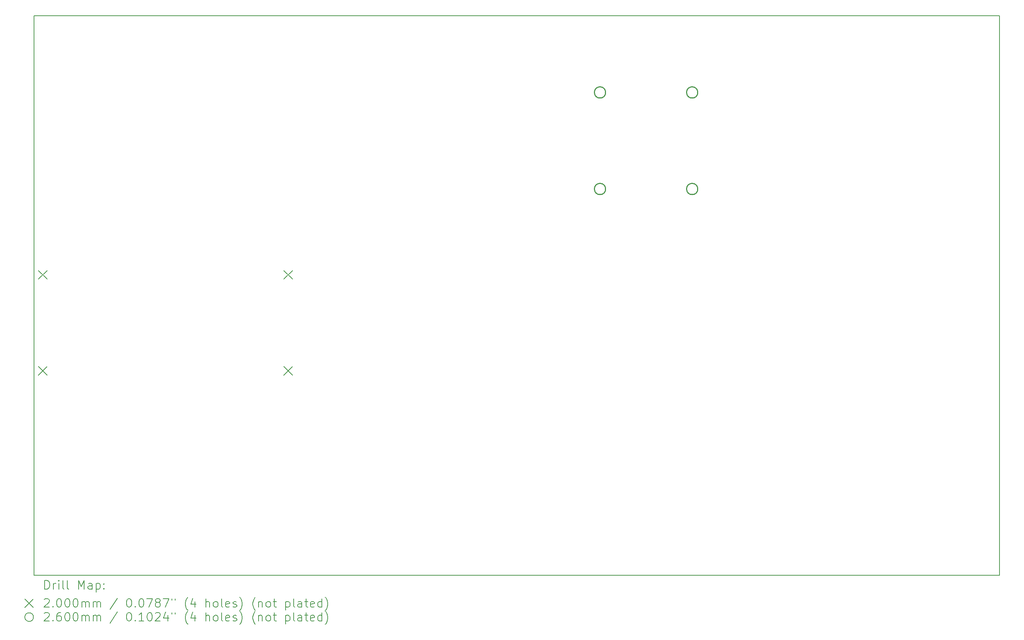
<source format=gbr>
%TF.GenerationSoftware,KiCad,Pcbnew,7.0.9*%
%TF.CreationDate,2023-12-15T21:18:18+02:00*%
%TF.ProjectId,loadshedding,6c6f6164-7368-4656-9464-696e672e6b69,1*%
%TF.SameCoordinates,Original*%
%TF.FileFunction,Drillmap*%
%TF.FilePolarity,Positive*%
%FSLAX45Y45*%
G04 Gerber Fmt 4.5, Leading zero omitted, Abs format (unit mm)*
G04 Created by KiCad (PCBNEW 7.0.9) date 2023-12-15 21:18:18*
%MOMM*%
%LPD*%
G01*
G04 APERTURE LIST*
%ADD10C,0.200000*%
%ADD11C,0.260000*%
G04 APERTURE END LIST*
D10*
X8890000Y-8890000D02*
X31242000Y-8890000D01*
X31242000Y-21844000D01*
X8890000Y-21844000D01*
X8890000Y-8890000D01*
X8998000Y-14792000D02*
X9198000Y-14992000D01*
X9198000Y-14792000D02*
X8998000Y-14992000D01*
X8998000Y-17012000D02*
X9198000Y-17212000D01*
X9198000Y-17012000D02*
X8998000Y-17212000D01*
X14678000Y-14792000D02*
X14878000Y-14992000D01*
X14878000Y-14792000D02*
X14678000Y-14992000D01*
X14678000Y-17012000D02*
X14878000Y-17212000D01*
X14878000Y-17012000D02*
X14678000Y-17212000D01*
D11*
X22126400Y-10668000D02*
G75*
G03*
X22126400Y-10668000I-130000J0D01*
G01*
X22126400Y-12903200D02*
G75*
G03*
X22126400Y-12903200I-130000J0D01*
G01*
X24260000Y-10668000D02*
G75*
G03*
X24260000Y-10668000I-130000J0D01*
G01*
X24260000Y-12903200D02*
G75*
G03*
X24260000Y-12903200I-130000J0D01*
G01*
D10*
X9140777Y-22165484D02*
X9140777Y-21965484D01*
X9140777Y-21965484D02*
X9188396Y-21965484D01*
X9188396Y-21965484D02*
X9216967Y-21975008D01*
X9216967Y-21975008D02*
X9236015Y-21994055D01*
X9236015Y-21994055D02*
X9245539Y-22013103D01*
X9245539Y-22013103D02*
X9255063Y-22051198D01*
X9255063Y-22051198D02*
X9255063Y-22079770D01*
X9255063Y-22079770D02*
X9245539Y-22117865D01*
X9245539Y-22117865D02*
X9236015Y-22136912D01*
X9236015Y-22136912D02*
X9216967Y-22155960D01*
X9216967Y-22155960D02*
X9188396Y-22165484D01*
X9188396Y-22165484D02*
X9140777Y-22165484D01*
X9340777Y-22165484D02*
X9340777Y-22032150D01*
X9340777Y-22070246D02*
X9350301Y-22051198D01*
X9350301Y-22051198D02*
X9359824Y-22041674D01*
X9359824Y-22041674D02*
X9378872Y-22032150D01*
X9378872Y-22032150D02*
X9397920Y-22032150D01*
X9464586Y-22165484D02*
X9464586Y-22032150D01*
X9464586Y-21965484D02*
X9455063Y-21975008D01*
X9455063Y-21975008D02*
X9464586Y-21984531D01*
X9464586Y-21984531D02*
X9474110Y-21975008D01*
X9474110Y-21975008D02*
X9464586Y-21965484D01*
X9464586Y-21965484D02*
X9464586Y-21984531D01*
X9588396Y-22165484D02*
X9569348Y-22155960D01*
X9569348Y-22155960D02*
X9559824Y-22136912D01*
X9559824Y-22136912D02*
X9559824Y-21965484D01*
X9693158Y-22165484D02*
X9674110Y-22155960D01*
X9674110Y-22155960D02*
X9664586Y-22136912D01*
X9664586Y-22136912D02*
X9664586Y-21965484D01*
X9921729Y-22165484D02*
X9921729Y-21965484D01*
X9921729Y-21965484D02*
X9988396Y-22108341D01*
X9988396Y-22108341D02*
X10055063Y-21965484D01*
X10055063Y-21965484D02*
X10055063Y-22165484D01*
X10236015Y-22165484D02*
X10236015Y-22060722D01*
X10236015Y-22060722D02*
X10226491Y-22041674D01*
X10226491Y-22041674D02*
X10207444Y-22032150D01*
X10207444Y-22032150D02*
X10169348Y-22032150D01*
X10169348Y-22032150D02*
X10150301Y-22041674D01*
X10236015Y-22155960D02*
X10216967Y-22165484D01*
X10216967Y-22165484D02*
X10169348Y-22165484D01*
X10169348Y-22165484D02*
X10150301Y-22155960D01*
X10150301Y-22155960D02*
X10140777Y-22136912D01*
X10140777Y-22136912D02*
X10140777Y-22117865D01*
X10140777Y-22117865D02*
X10150301Y-22098817D01*
X10150301Y-22098817D02*
X10169348Y-22089293D01*
X10169348Y-22089293D02*
X10216967Y-22089293D01*
X10216967Y-22089293D02*
X10236015Y-22079770D01*
X10331253Y-22032150D02*
X10331253Y-22232150D01*
X10331253Y-22041674D02*
X10350301Y-22032150D01*
X10350301Y-22032150D02*
X10388396Y-22032150D01*
X10388396Y-22032150D02*
X10407444Y-22041674D01*
X10407444Y-22041674D02*
X10416967Y-22051198D01*
X10416967Y-22051198D02*
X10426491Y-22070246D01*
X10426491Y-22070246D02*
X10426491Y-22127389D01*
X10426491Y-22127389D02*
X10416967Y-22146436D01*
X10416967Y-22146436D02*
X10407444Y-22155960D01*
X10407444Y-22155960D02*
X10388396Y-22165484D01*
X10388396Y-22165484D02*
X10350301Y-22165484D01*
X10350301Y-22165484D02*
X10331253Y-22155960D01*
X10512205Y-22146436D02*
X10521729Y-22155960D01*
X10521729Y-22155960D02*
X10512205Y-22165484D01*
X10512205Y-22165484D02*
X10502682Y-22155960D01*
X10502682Y-22155960D02*
X10512205Y-22146436D01*
X10512205Y-22146436D02*
X10512205Y-22165484D01*
X10512205Y-22041674D02*
X10521729Y-22051198D01*
X10521729Y-22051198D02*
X10512205Y-22060722D01*
X10512205Y-22060722D02*
X10502682Y-22051198D01*
X10502682Y-22051198D02*
X10512205Y-22041674D01*
X10512205Y-22041674D02*
X10512205Y-22060722D01*
X8680000Y-22394000D02*
X8880000Y-22594000D01*
X8880000Y-22394000D02*
X8680000Y-22594000D01*
X9131253Y-22404531D02*
X9140777Y-22395008D01*
X9140777Y-22395008D02*
X9159824Y-22385484D01*
X9159824Y-22385484D02*
X9207444Y-22385484D01*
X9207444Y-22385484D02*
X9226491Y-22395008D01*
X9226491Y-22395008D02*
X9236015Y-22404531D01*
X9236015Y-22404531D02*
X9245539Y-22423579D01*
X9245539Y-22423579D02*
X9245539Y-22442627D01*
X9245539Y-22442627D02*
X9236015Y-22471198D01*
X9236015Y-22471198D02*
X9121729Y-22585484D01*
X9121729Y-22585484D02*
X9245539Y-22585484D01*
X9331253Y-22566436D02*
X9340777Y-22575960D01*
X9340777Y-22575960D02*
X9331253Y-22585484D01*
X9331253Y-22585484D02*
X9321729Y-22575960D01*
X9321729Y-22575960D02*
X9331253Y-22566436D01*
X9331253Y-22566436D02*
X9331253Y-22585484D01*
X9464586Y-22385484D02*
X9483634Y-22385484D01*
X9483634Y-22385484D02*
X9502682Y-22395008D01*
X9502682Y-22395008D02*
X9512205Y-22404531D01*
X9512205Y-22404531D02*
X9521729Y-22423579D01*
X9521729Y-22423579D02*
X9531253Y-22461674D01*
X9531253Y-22461674D02*
X9531253Y-22509293D01*
X9531253Y-22509293D02*
X9521729Y-22547388D01*
X9521729Y-22547388D02*
X9512205Y-22566436D01*
X9512205Y-22566436D02*
X9502682Y-22575960D01*
X9502682Y-22575960D02*
X9483634Y-22585484D01*
X9483634Y-22585484D02*
X9464586Y-22585484D01*
X9464586Y-22585484D02*
X9445539Y-22575960D01*
X9445539Y-22575960D02*
X9436015Y-22566436D01*
X9436015Y-22566436D02*
X9426491Y-22547388D01*
X9426491Y-22547388D02*
X9416967Y-22509293D01*
X9416967Y-22509293D02*
X9416967Y-22461674D01*
X9416967Y-22461674D02*
X9426491Y-22423579D01*
X9426491Y-22423579D02*
X9436015Y-22404531D01*
X9436015Y-22404531D02*
X9445539Y-22395008D01*
X9445539Y-22395008D02*
X9464586Y-22385484D01*
X9655063Y-22385484D02*
X9674110Y-22385484D01*
X9674110Y-22385484D02*
X9693158Y-22395008D01*
X9693158Y-22395008D02*
X9702682Y-22404531D01*
X9702682Y-22404531D02*
X9712205Y-22423579D01*
X9712205Y-22423579D02*
X9721729Y-22461674D01*
X9721729Y-22461674D02*
X9721729Y-22509293D01*
X9721729Y-22509293D02*
X9712205Y-22547388D01*
X9712205Y-22547388D02*
X9702682Y-22566436D01*
X9702682Y-22566436D02*
X9693158Y-22575960D01*
X9693158Y-22575960D02*
X9674110Y-22585484D01*
X9674110Y-22585484D02*
X9655063Y-22585484D01*
X9655063Y-22585484D02*
X9636015Y-22575960D01*
X9636015Y-22575960D02*
X9626491Y-22566436D01*
X9626491Y-22566436D02*
X9616967Y-22547388D01*
X9616967Y-22547388D02*
X9607444Y-22509293D01*
X9607444Y-22509293D02*
X9607444Y-22461674D01*
X9607444Y-22461674D02*
X9616967Y-22423579D01*
X9616967Y-22423579D02*
X9626491Y-22404531D01*
X9626491Y-22404531D02*
X9636015Y-22395008D01*
X9636015Y-22395008D02*
X9655063Y-22385484D01*
X9845539Y-22385484D02*
X9864586Y-22385484D01*
X9864586Y-22385484D02*
X9883634Y-22395008D01*
X9883634Y-22395008D02*
X9893158Y-22404531D01*
X9893158Y-22404531D02*
X9902682Y-22423579D01*
X9902682Y-22423579D02*
X9912205Y-22461674D01*
X9912205Y-22461674D02*
X9912205Y-22509293D01*
X9912205Y-22509293D02*
X9902682Y-22547388D01*
X9902682Y-22547388D02*
X9893158Y-22566436D01*
X9893158Y-22566436D02*
X9883634Y-22575960D01*
X9883634Y-22575960D02*
X9864586Y-22585484D01*
X9864586Y-22585484D02*
X9845539Y-22585484D01*
X9845539Y-22585484D02*
X9826491Y-22575960D01*
X9826491Y-22575960D02*
X9816967Y-22566436D01*
X9816967Y-22566436D02*
X9807444Y-22547388D01*
X9807444Y-22547388D02*
X9797920Y-22509293D01*
X9797920Y-22509293D02*
X9797920Y-22461674D01*
X9797920Y-22461674D02*
X9807444Y-22423579D01*
X9807444Y-22423579D02*
X9816967Y-22404531D01*
X9816967Y-22404531D02*
X9826491Y-22395008D01*
X9826491Y-22395008D02*
X9845539Y-22385484D01*
X9997920Y-22585484D02*
X9997920Y-22452150D01*
X9997920Y-22471198D02*
X10007444Y-22461674D01*
X10007444Y-22461674D02*
X10026491Y-22452150D01*
X10026491Y-22452150D02*
X10055063Y-22452150D01*
X10055063Y-22452150D02*
X10074110Y-22461674D01*
X10074110Y-22461674D02*
X10083634Y-22480722D01*
X10083634Y-22480722D02*
X10083634Y-22585484D01*
X10083634Y-22480722D02*
X10093158Y-22461674D01*
X10093158Y-22461674D02*
X10112205Y-22452150D01*
X10112205Y-22452150D02*
X10140777Y-22452150D01*
X10140777Y-22452150D02*
X10159825Y-22461674D01*
X10159825Y-22461674D02*
X10169348Y-22480722D01*
X10169348Y-22480722D02*
X10169348Y-22585484D01*
X10264586Y-22585484D02*
X10264586Y-22452150D01*
X10264586Y-22471198D02*
X10274110Y-22461674D01*
X10274110Y-22461674D02*
X10293158Y-22452150D01*
X10293158Y-22452150D02*
X10321729Y-22452150D01*
X10321729Y-22452150D02*
X10340777Y-22461674D01*
X10340777Y-22461674D02*
X10350301Y-22480722D01*
X10350301Y-22480722D02*
X10350301Y-22585484D01*
X10350301Y-22480722D02*
X10359825Y-22461674D01*
X10359825Y-22461674D02*
X10378872Y-22452150D01*
X10378872Y-22452150D02*
X10407444Y-22452150D01*
X10407444Y-22452150D02*
X10426491Y-22461674D01*
X10426491Y-22461674D02*
X10436015Y-22480722D01*
X10436015Y-22480722D02*
X10436015Y-22585484D01*
X10826491Y-22375960D02*
X10655063Y-22633103D01*
X11083634Y-22385484D02*
X11102682Y-22385484D01*
X11102682Y-22385484D02*
X11121729Y-22395008D01*
X11121729Y-22395008D02*
X11131253Y-22404531D01*
X11131253Y-22404531D02*
X11140777Y-22423579D01*
X11140777Y-22423579D02*
X11150301Y-22461674D01*
X11150301Y-22461674D02*
X11150301Y-22509293D01*
X11150301Y-22509293D02*
X11140777Y-22547388D01*
X11140777Y-22547388D02*
X11131253Y-22566436D01*
X11131253Y-22566436D02*
X11121729Y-22575960D01*
X11121729Y-22575960D02*
X11102682Y-22585484D01*
X11102682Y-22585484D02*
X11083634Y-22585484D01*
X11083634Y-22585484D02*
X11064587Y-22575960D01*
X11064587Y-22575960D02*
X11055063Y-22566436D01*
X11055063Y-22566436D02*
X11045539Y-22547388D01*
X11045539Y-22547388D02*
X11036015Y-22509293D01*
X11036015Y-22509293D02*
X11036015Y-22461674D01*
X11036015Y-22461674D02*
X11045539Y-22423579D01*
X11045539Y-22423579D02*
X11055063Y-22404531D01*
X11055063Y-22404531D02*
X11064587Y-22395008D01*
X11064587Y-22395008D02*
X11083634Y-22385484D01*
X11236015Y-22566436D02*
X11245539Y-22575960D01*
X11245539Y-22575960D02*
X11236015Y-22585484D01*
X11236015Y-22585484D02*
X11226491Y-22575960D01*
X11226491Y-22575960D02*
X11236015Y-22566436D01*
X11236015Y-22566436D02*
X11236015Y-22585484D01*
X11369348Y-22385484D02*
X11388396Y-22385484D01*
X11388396Y-22385484D02*
X11407444Y-22395008D01*
X11407444Y-22395008D02*
X11416967Y-22404531D01*
X11416967Y-22404531D02*
X11426491Y-22423579D01*
X11426491Y-22423579D02*
X11436015Y-22461674D01*
X11436015Y-22461674D02*
X11436015Y-22509293D01*
X11436015Y-22509293D02*
X11426491Y-22547388D01*
X11426491Y-22547388D02*
X11416967Y-22566436D01*
X11416967Y-22566436D02*
X11407444Y-22575960D01*
X11407444Y-22575960D02*
X11388396Y-22585484D01*
X11388396Y-22585484D02*
X11369348Y-22585484D01*
X11369348Y-22585484D02*
X11350301Y-22575960D01*
X11350301Y-22575960D02*
X11340777Y-22566436D01*
X11340777Y-22566436D02*
X11331253Y-22547388D01*
X11331253Y-22547388D02*
X11321729Y-22509293D01*
X11321729Y-22509293D02*
X11321729Y-22461674D01*
X11321729Y-22461674D02*
X11331253Y-22423579D01*
X11331253Y-22423579D02*
X11340777Y-22404531D01*
X11340777Y-22404531D02*
X11350301Y-22395008D01*
X11350301Y-22395008D02*
X11369348Y-22385484D01*
X11502682Y-22385484D02*
X11636015Y-22385484D01*
X11636015Y-22385484D02*
X11550301Y-22585484D01*
X11740777Y-22471198D02*
X11721729Y-22461674D01*
X11721729Y-22461674D02*
X11712206Y-22452150D01*
X11712206Y-22452150D02*
X11702682Y-22433103D01*
X11702682Y-22433103D02*
X11702682Y-22423579D01*
X11702682Y-22423579D02*
X11712206Y-22404531D01*
X11712206Y-22404531D02*
X11721729Y-22395008D01*
X11721729Y-22395008D02*
X11740777Y-22385484D01*
X11740777Y-22385484D02*
X11778872Y-22385484D01*
X11778872Y-22385484D02*
X11797920Y-22395008D01*
X11797920Y-22395008D02*
X11807444Y-22404531D01*
X11807444Y-22404531D02*
X11816967Y-22423579D01*
X11816967Y-22423579D02*
X11816967Y-22433103D01*
X11816967Y-22433103D02*
X11807444Y-22452150D01*
X11807444Y-22452150D02*
X11797920Y-22461674D01*
X11797920Y-22461674D02*
X11778872Y-22471198D01*
X11778872Y-22471198D02*
X11740777Y-22471198D01*
X11740777Y-22471198D02*
X11721729Y-22480722D01*
X11721729Y-22480722D02*
X11712206Y-22490246D01*
X11712206Y-22490246D02*
X11702682Y-22509293D01*
X11702682Y-22509293D02*
X11702682Y-22547388D01*
X11702682Y-22547388D02*
X11712206Y-22566436D01*
X11712206Y-22566436D02*
X11721729Y-22575960D01*
X11721729Y-22575960D02*
X11740777Y-22585484D01*
X11740777Y-22585484D02*
X11778872Y-22585484D01*
X11778872Y-22585484D02*
X11797920Y-22575960D01*
X11797920Y-22575960D02*
X11807444Y-22566436D01*
X11807444Y-22566436D02*
X11816967Y-22547388D01*
X11816967Y-22547388D02*
X11816967Y-22509293D01*
X11816967Y-22509293D02*
X11807444Y-22490246D01*
X11807444Y-22490246D02*
X11797920Y-22480722D01*
X11797920Y-22480722D02*
X11778872Y-22471198D01*
X11883634Y-22385484D02*
X12016967Y-22385484D01*
X12016967Y-22385484D02*
X11931253Y-22585484D01*
X12083634Y-22385484D02*
X12083634Y-22423579D01*
X12159825Y-22385484D02*
X12159825Y-22423579D01*
X12455063Y-22661674D02*
X12445539Y-22652150D01*
X12445539Y-22652150D02*
X12426491Y-22623579D01*
X12426491Y-22623579D02*
X12416968Y-22604531D01*
X12416968Y-22604531D02*
X12407444Y-22575960D01*
X12407444Y-22575960D02*
X12397920Y-22528341D01*
X12397920Y-22528341D02*
X12397920Y-22490246D01*
X12397920Y-22490246D02*
X12407444Y-22442627D01*
X12407444Y-22442627D02*
X12416968Y-22414055D01*
X12416968Y-22414055D02*
X12426491Y-22395008D01*
X12426491Y-22395008D02*
X12445539Y-22366436D01*
X12445539Y-22366436D02*
X12455063Y-22356912D01*
X12616968Y-22452150D02*
X12616968Y-22585484D01*
X12569348Y-22375960D02*
X12521729Y-22518817D01*
X12521729Y-22518817D02*
X12645539Y-22518817D01*
X12874110Y-22585484D02*
X12874110Y-22385484D01*
X12959825Y-22585484D02*
X12959825Y-22480722D01*
X12959825Y-22480722D02*
X12950301Y-22461674D01*
X12950301Y-22461674D02*
X12931253Y-22452150D01*
X12931253Y-22452150D02*
X12902682Y-22452150D01*
X12902682Y-22452150D02*
X12883634Y-22461674D01*
X12883634Y-22461674D02*
X12874110Y-22471198D01*
X13083634Y-22585484D02*
X13064587Y-22575960D01*
X13064587Y-22575960D02*
X13055063Y-22566436D01*
X13055063Y-22566436D02*
X13045539Y-22547388D01*
X13045539Y-22547388D02*
X13045539Y-22490246D01*
X13045539Y-22490246D02*
X13055063Y-22471198D01*
X13055063Y-22471198D02*
X13064587Y-22461674D01*
X13064587Y-22461674D02*
X13083634Y-22452150D01*
X13083634Y-22452150D02*
X13112206Y-22452150D01*
X13112206Y-22452150D02*
X13131253Y-22461674D01*
X13131253Y-22461674D02*
X13140777Y-22471198D01*
X13140777Y-22471198D02*
X13150301Y-22490246D01*
X13150301Y-22490246D02*
X13150301Y-22547388D01*
X13150301Y-22547388D02*
X13140777Y-22566436D01*
X13140777Y-22566436D02*
X13131253Y-22575960D01*
X13131253Y-22575960D02*
X13112206Y-22585484D01*
X13112206Y-22585484D02*
X13083634Y-22585484D01*
X13264587Y-22585484D02*
X13245539Y-22575960D01*
X13245539Y-22575960D02*
X13236015Y-22556912D01*
X13236015Y-22556912D02*
X13236015Y-22385484D01*
X13416968Y-22575960D02*
X13397920Y-22585484D01*
X13397920Y-22585484D02*
X13359825Y-22585484D01*
X13359825Y-22585484D02*
X13340777Y-22575960D01*
X13340777Y-22575960D02*
X13331253Y-22556912D01*
X13331253Y-22556912D02*
X13331253Y-22480722D01*
X13331253Y-22480722D02*
X13340777Y-22461674D01*
X13340777Y-22461674D02*
X13359825Y-22452150D01*
X13359825Y-22452150D02*
X13397920Y-22452150D01*
X13397920Y-22452150D02*
X13416968Y-22461674D01*
X13416968Y-22461674D02*
X13426491Y-22480722D01*
X13426491Y-22480722D02*
X13426491Y-22499769D01*
X13426491Y-22499769D02*
X13331253Y-22518817D01*
X13502682Y-22575960D02*
X13521730Y-22585484D01*
X13521730Y-22585484D02*
X13559825Y-22585484D01*
X13559825Y-22585484D02*
X13578872Y-22575960D01*
X13578872Y-22575960D02*
X13588396Y-22556912D01*
X13588396Y-22556912D02*
X13588396Y-22547388D01*
X13588396Y-22547388D02*
X13578872Y-22528341D01*
X13578872Y-22528341D02*
X13559825Y-22518817D01*
X13559825Y-22518817D02*
X13531253Y-22518817D01*
X13531253Y-22518817D02*
X13512206Y-22509293D01*
X13512206Y-22509293D02*
X13502682Y-22490246D01*
X13502682Y-22490246D02*
X13502682Y-22480722D01*
X13502682Y-22480722D02*
X13512206Y-22461674D01*
X13512206Y-22461674D02*
X13531253Y-22452150D01*
X13531253Y-22452150D02*
X13559825Y-22452150D01*
X13559825Y-22452150D02*
X13578872Y-22461674D01*
X13655063Y-22661674D02*
X13664587Y-22652150D01*
X13664587Y-22652150D02*
X13683634Y-22623579D01*
X13683634Y-22623579D02*
X13693158Y-22604531D01*
X13693158Y-22604531D02*
X13702682Y-22575960D01*
X13702682Y-22575960D02*
X13712206Y-22528341D01*
X13712206Y-22528341D02*
X13712206Y-22490246D01*
X13712206Y-22490246D02*
X13702682Y-22442627D01*
X13702682Y-22442627D02*
X13693158Y-22414055D01*
X13693158Y-22414055D02*
X13683634Y-22395008D01*
X13683634Y-22395008D02*
X13664587Y-22366436D01*
X13664587Y-22366436D02*
X13655063Y-22356912D01*
X14016968Y-22661674D02*
X14007444Y-22652150D01*
X14007444Y-22652150D02*
X13988396Y-22623579D01*
X13988396Y-22623579D02*
X13978872Y-22604531D01*
X13978872Y-22604531D02*
X13969349Y-22575960D01*
X13969349Y-22575960D02*
X13959825Y-22528341D01*
X13959825Y-22528341D02*
X13959825Y-22490246D01*
X13959825Y-22490246D02*
X13969349Y-22442627D01*
X13969349Y-22442627D02*
X13978872Y-22414055D01*
X13978872Y-22414055D02*
X13988396Y-22395008D01*
X13988396Y-22395008D02*
X14007444Y-22366436D01*
X14007444Y-22366436D02*
X14016968Y-22356912D01*
X14093158Y-22452150D02*
X14093158Y-22585484D01*
X14093158Y-22471198D02*
X14102682Y-22461674D01*
X14102682Y-22461674D02*
X14121730Y-22452150D01*
X14121730Y-22452150D02*
X14150301Y-22452150D01*
X14150301Y-22452150D02*
X14169349Y-22461674D01*
X14169349Y-22461674D02*
X14178872Y-22480722D01*
X14178872Y-22480722D02*
X14178872Y-22585484D01*
X14302682Y-22585484D02*
X14283634Y-22575960D01*
X14283634Y-22575960D02*
X14274111Y-22566436D01*
X14274111Y-22566436D02*
X14264587Y-22547388D01*
X14264587Y-22547388D02*
X14264587Y-22490246D01*
X14264587Y-22490246D02*
X14274111Y-22471198D01*
X14274111Y-22471198D02*
X14283634Y-22461674D01*
X14283634Y-22461674D02*
X14302682Y-22452150D01*
X14302682Y-22452150D02*
X14331253Y-22452150D01*
X14331253Y-22452150D02*
X14350301Y-22461674D01*
X14350301Y-22461674D02*
X14359825Y-22471198D01*
X14359825Y-22471198D02*
X14369349Y-22490246D01*
X14369349Y-22490246D02*
X14369349Y-22547388D01*
X14369349Y-22547388D02*
X14359825Y-22566436D01*
X14359825Y-22566436D02*
X14350301Y-22575960D01*
X14350301Y-22575960D02*
X14331253Y-22585484D01*
X14331253Y-22585484D02*
X14302682Y-22585484D01*
X14426492Y-22452150D02*
X14502682Y-22452150D01*
X14455063Y-22385484D02*
X14455063Y-22556912D01*
X14455063Y-22556912D02*
X14464587Y-22575960D01*
X14464587Y-22575960D02*
X14483634Y-22585484D01*
X14483634Y-22585484D02*
X14502682Y-22585484D01*
X14721730Y-22452150D02*
X14721730Y-22652150D01*
X14721730Y-22461674D02*
X14740777Y-22452150D01*
X14740777Y-22452150D02*
X14778873Y-22452150D01*
X14778873Y-22452150D02*
X14797920Y-22461674D01*
X14797920Y-22461674D02*
X14807444Y-22471198D01*
X14807444Y-22471198D02*
X14816968Y-22490246D01*
X14816968Y-22490246D02*
X14816968Y-22547388D01*
X14816968Y-22547388D02*
X14807444Y-22566436D01*
X14807444Y-22566436D02*
X14797920Y-22575960D01*
X14797920Y-22575960D02*
X14778873Y-22585484D01*
X14778873Y-22585484D02*
X14740777Y-22585484D01*
X14740777Y-22585484D02*
X14721730Y-22575960D01*
X14931253Y-22585484D02*
X14912206Y-22575960D01*
X14912206Y-22575960D02*
X14902682Y-22556912D01*
X14902682Y-22556912D02*
X14902682Y-22385484D01*
X15093158Y-22585484D02*
X15093158Y-22480722D01*
X15093158Y-22480722D02*
X15083634Y-22461674D01*
X15083634Y-22461674D02*
X15064587Y-22452150D01*
X15064587Y-22452150D02*
X15026492Y-22452150D01*
X15026492Y-22452150D02*
X15007444Y-22461674D01*
X15093158Y-22575960D02*
X15074111Y-22585484D01*
X15074111Y-22585484D02*
X15026492Y-22585484D01*
X15026492Y-22585484D02*
X15007444Y-22575960D01*
X15007444Y-22575960D02*
X14997920Y-22556912D01*
X14997920Y-22556912D02*
X14997920Y-22537865D01*
X14997920Y-22537865D02*
X15007444Y-22518817D01*
X15007444Y-22518817D02*
X15026492Y-22509293D01*
X15026492Y-22509293D02*
X15074111Y-22509293D01*
X15074111Y-22509293D02*
X15093158Y-22499769D01*
X15159825Y-22452150D02*
X15236015Y-22452150D01*
X15188396Y-22385484D02*
X15188396Y-22556912D01*
X15188396Y-22556912D02*
X15197920Y-22575960D01*
X15197920Y-22575960D02*
X15216968Y-22585484D01*
X15216968Y-22585484D02*
X15236015Y-22585484D01*
X15378873Y-22575960D02*
X15359825Y-22585484D01*
X15359825Y-22585484D02*
X15321730Y-22585484D01*
X15321730Y-22585484D02*
X15302682Y-22575960D01*
X15302682Y-22575960D02*
X15293158Y-22556912D01*
X15293158Y-22556912D02*
X15293158Y-22480722D01*
X15293158Y-22480722D02*
X15302682Y-22461674D01*
X15302682Y-22461674D02*
X15321730Y-22452150D01*
X15321730Y-22452150D02*
X15359825Y-22452150D01*
X15359825Y-22452150D02*
X15378873Y-22461674D01*
X15378873Y-22461674D02*
X15388396Y-22480722D01*
X15388396Y-22480722D02*
X15388396Y-22499769D01*
X15388396Y-22499769D02*
X15293158Y-22518817D01*
X15559825Y-22585484D02*
X15559825Y-22385484D01*
X15559825Y-22575960D02*
X15540777Y-22585484D01*
X15540777Y-22585484D02*
X15502682Y-22585484D01*
X15502682Y-22585484D02*
X15483634Y-22575960D01*
X15483634Y-22575960D02*
X15474111Y-22566436D01*
X15474111Y-22566436D02*
X15464587Y-22547388D01*
X15464587Y-22547388D02*
X15464587Y-22490246D01*
X15464587Y-22490246D02*
X15474111Y-22471198D01*
X15474111Y-22471198D02*
X15483634Y-22461674D01*
X15483634Y-22461674D02*
X15502682Y-22452150D01*
X15502682Y-22452150D02*
X15540777Y-22452150D01*
X15540777Y-22452150D02*
X15559825Y-22461674D01*
X15636015Y-22661674D02*
X15645539Y-22652150D01*
X15645539Y-22652150D02*
X15664587Y-22623579D01*
X15664587Y-22623579D02*
X15674111Y-22604531D01*
X15674111Y-22604531D02*
X15683634Y-22575960D01*
X15683634Y-22575960D02*
X15693158Y-22528341D01*
X15693158Y-22528341D02*
X15693158Y-22490246D01*
X15693158Y-22490246D02*
X15683634Y-22442627D01*
X15683634Y-22442627D02*
X15674111Y-22414055D01*
X15674111Y-22414055D02*
X15664587Y-22395008D01*
X15664587Y-22395008D02*
X15645539Y-22366436D01*
X15645539Y-22366436D02*
X15636015Y-22356912D01*
X8880000Y-22814000D02*
G75*
G03*
X8880000Y-22814000I-100000J0D01*
G01*
X9131253Y-22724531D02*
X9140777Y-22715008D01*
X9140777Y-22715008D02*
X9159824Y-22705484D01*
X9159824Y-22705484D02*
X9207444Y-22705484D01*
X9207444Y-22705484D02*
X9226491Y-22715008D01*
X9226491Y-22715008D02*
X9236015Y-22724531D01*
X9236015Y-22724531D02*
X9245539Y-22743579D01*
X9245539Y-22743579D02*
X9245539Y-22762627D01*
X9245539Y-22762627D02*
X9236015Y-22791198D01*
X9236015Y-22791198D02*
X9121729Y-22905484D01*
X9121729Y-22905484D02*
X9245539Y-22905484D01*
X9331253Y-22886436D02*
X9340777Y-22895960D01*
X9340777Y-22895960D02*
X9331253Y-22905484D01*
X9331253Y-22905484D02*
X9321729Y-22895960D01*
X9321729Y-22895960D02*
X9331253Y-22886436D01*
X9331253Y-22886436D02*
X9331253Y-22905484D01*
X9512205Y-22705484D02*
X9474110Y-22705484D01*
X9474110Y-22705484D02*
X9455063Y-22715008D01*
X9455063Y-22715008D02*
X9445539Y-22724531D01*
X9445539Y-22724531D02*
X9426491Y-22753103D01*
X9426491Y-22753103D02*
X9416967Y-22791198D01*
X9416967Y-22791198D02*
X9416967Y-22867388D01*
X9416967Y-22867388D02*
X9426491Y-22886436D01*
X9426491Y-22886436D02*
X9436015Y-22895960D01*
X9436015Y-22895960D02*
X9455063Y-22905484D01*
X9455063Y-22905484D02*
X9493158Y-22905484D01*
X9493158Y-22905484D02*
X9512205Y-22895960D01*
X9512205Y-22895960D02*
X9521729Y-22886436D01*
X9521729Y-22886436D02*
X9531253Y-22867388D01*
X9531253Y-22867388D02*
X9531253Y-22819769D01*
X9531253Y-22819769D02*
X9521729Y-22800722D01*
X9521729Y-22800722D02*
X9512205Y-22791198D01*
X9512205Y-22791198D02*
X9493158Y-22781674D01*
X9493158Y-22781674D02*
X9455063Y-22781674D01*
X9455063Y-22781674D02*
X9436015Y-22791198D01*
X9436015Y-22791198D02*
X9426491Y-22800722D01*
X9426491Y-22800722D02*
X9416967Y-22819769D01*
X9655063Y-22705484D02*
X9674110Y-22705484D01*
X9674110Y-22705484D02*
X9693158Y-22715008D01*
X9693158Y-22715008D02*
X9702682Y-22724531D01*
X9702682Y-22724531D02*
X9712205Y-22743579D01*
X9712205Y-22743579D02*
X9721729Y-22781674D01*
X9721729Y-22781674D02*
X9721729Y-22829293D01*
X9721729Y-22829293D02*
X9712205Y-22867388D01*
X9712205Y-22867388D02*
X9702682Y-22886436D01*
X9702682Y-22886436D02*
X9693158Y-22895960D01*
X9693158Y-22895960D02*
X9674110Y-22905484D01*
X9674110Y-22905484D02*
X9655063Y-22905484D01*
X9655063Y-22905484D02*
X9636015Y-22895960D01*
X9636015Y-22895960D02*
X9626491Y-22886436D01*
X9626491Y-22886436D02*
X9616967Y-22867388D01*
X9616967Y-22867388D02*
X9607444Y-22829293D01*
X9607444Y-22829293D02*
X9607444Y-22781674D01*
X9607444Y-22781674D02*
X9616967Y-22743579D01*
X9616967Y-22743579D02*
X9626491Y-22724531D01*
X9626491Y-22724531D02*
X9636015Y-22715008D01*
X9636015Y-22715008D02*
X9655063Y-22705484D01*
X9845539Y-22705484D02*
X9864586Y-22705484D01*
X9864586Y-22705484D02*
X9883634Y-22715008D01*
X9883634Y-22715008D02*
X9893158Y-22724531D01*
X9893158Y-22724531D02*
X9902682Y-22743579D01*
X9902682Y-22743579D02*
X9912205Y-22781674D01*
X9912205Y-22781674D02*
X9912205Y-22829293D01*
X9912205Y-22829293D02*
X9902682Y-22867388D01*
X9902682Y-22867388D02*
X9893158Y-22886436D01*
X9893158Y-22886436D02*
X9883634Y-22895960D01*
X9883634Y-22895960D02*
X9864586Y-22905484D01*
X9864586Y-22905484D02*
X9845539Y-22905484D01*
X9845539Y-22905484D02*
X9826491Y-22895960D01*
X9826491Y-22895960D02*
X9816967Y-22886436D01*
X9816967Y-22886436D02*
X9807444Y-22867388D01*
X9807444Y-22867388D02*
X9797920Y-22829293D01*
X9797920Y-22829293D02*
X9797920Y-22781674D01*
X9797920Y-22781674D02*
X9807444Y-22743579D01*
X9807444Y-22743579D02*
X9816967Y-22724531D01*
X9816967Y-22724531D02*
X9826491Y-22715008D01*
X9826491Y-22715008D02*
X9845539Y-22705484D01*
X9997920Y-22905484D02*
X9997920Y-22772150D01*
X9997920Y-22791198D02*
X10007444Y-22781674D01*
X10007444Y-22781674D02*
X10026491Y-22772150D01*
X10026491Y-22772150D02*
X10055063Y-22772150D01*
X10055063Y-22772150D02*
X10074110Y-22781674D01*
X10074110Y-22781674D02*
X10083634Y-22800722D01*
X10083634Y-22800722D02*
X10083634Y-22905484D01*
X10083634Y-22800722D02*
X10093158Y-22781674D01*
X10093158Y-22781674D02*
X10112205Y-22772150D01*
X10112205Y-22772150D02*
X10140777Y-22772150D01*
X10140777Y-22772150D02*
X10159825Y-22781674D01*
X10159825Y-22781674D02*
X10169348Y-22800722D01*
X10169348Y-22800722D02*
X10169348Y-22905484D01*
X10264586Y-22905484D02*
X10264586Y-22772150D01*
X10264586Y-22791198D02*
X10274110Y-22781674D01*
X10274110Y-22781674D02*
X10293158Y-22772150D01*
X10293158Y-22772150D02*
X10321729Y-22772150D01*
X10321729Y-22772150D02*
X10340777Y-22781674D01*
X10340777Y-22781674D02*
X10350301Y-22800722D01*
X10350301Y-22800722D02*
X10350301Y-22905484D01*
X10350301Y-22800722D02*
X10359825Y-22781674D01*
X10359825Y-22781674D02*
X10378872Y-22772150D01*
X10378872Y-22772150D02*
X10407444Y-22772150D01*
X10407444Y-22772150D02*
X10426491Y-22781674D01*
X10426491Y-22781674D02*
X10436015Y-22800722D01*
X10436015Y-22800722D02*
X10436015Y-22905484D01*
X10826491Y-22695960D02*
X10655063Y-22953103D01*
X11083634Y-22705484D02*
X11102682Y-22705484D01*
X11102682Y-22705484D02*
X11121729Y-22715008D01*
X11121729Y-22715008D02*
X11131253Y-22724531D01*
X11131253Y-22724531D02*
X11140777Y-22743579D01*
X11140777Y-22743579D02*
X11150301Y-22781674D01*
X11150301Y-22781674D02*
X11150301Y-22829293D01*
X11150301Y-22829293D02*
X11140777Y-22867388D01*
X11140777Y-22867388D02*
X11131253Y-22886436D01*
X11131253Y-22886436D02*
X11121729Y-22895960D01*
X11121729Y-22895960D02*
X11102682Y-22905484D01*
X11102682Y-22905484D02*
X11083634Y-22905484D01*
X11083634Y-22905484D02*
X11064587Y-22895960D01*
X11064587Y-22895960D02*
X11055063Y-22886436D01*
X11055063Y-22886436D02*
X11045539Y-22867388D01*
X11045539Y-22867388D02*
X11036015Y-22829293D01*
X11036015Y-22829293D02*
X11036015Y-22781674D01*
X11036015Y-22781674D02*
X11045539Y-22743579D01*
X11045539Y-22743579D02*
X11055063Y-22724531D01*
X11055063Y-22724531D02*
X11064587Y-22715008D01*
X11064587Y-22715008D02*
X11083634Y-22705484D01*
X11236015Y-22886436D02*
X11245539Y-22895960D01*
X11245539Y-22895960D02*
X11236015Y-22905484D01*
X11236015Y-22905484D02*
X11226491Y-22895960D01*
X11226491Y-22895960D02*
X11236015Y-22886436D01*
X11236015Y-22886436D02*
X11236015Y-22905484D01*
X11436015Y-22905484D02*
X11321729Y-22905484D01*
X11378872Y-22905484D02*
X11378872Y-22705484D01*
X11378872Y-22705484D02*
X11359825Y-22734055D01*
X11359825Y-22734055D02*
X11340777Y-22753103D01*
X11340777Y-22753103D02*
X11321729Y-22762627D01*
X11559825Y-22705484D02*
X11578872Y-22705484D01*
X11578872Y-22705484D02*
X11597920Y-22715008D01*
X11597920Y-22715008D02*
X11607444Y-22724531D01*
X11607444Y-22724531D02*
X11616967Y-22743579D01*
X11616967Y-22743579D02*
X11626491Y-22781674D01*
X11626491Y-22781674D02*
X11626491Y-22829293D01*
X11626491Y-22829293D02*
X11616967Y-22867388D01*
X11616967Y-22867388D02*
X11607444Y-22886436D01*
X11607444Y-22886436D02*
X11597920Y-22895960D01*
X11597920Y-22895960D02*
X11578872Y-22905484D01*
X11578872Y-22905484D02*
X11559825Y-22905484D01*
X11559825Y-22905484D02*
X11540777Y-22895960D01*
X11540777Y-22895960D02*
X11531253Y-22886436D01*
X11531253Y-22886436D02*
X11521729Y-22867388D01*
X11521729Y-22867388D02*
X11512206Y-22829293D01*
X11512206Y-22829293D02*
X11512206Y-22781674D01*
X11512206Y-22781674D02*
X11521729Y-22743579D01*
X11521729Y-22743579D02*
X11531253Y-22724531D01*
X11531253Y-22724531D02*
X11540777Y-22715008D01*
X11540777Y-22715008D02*
X11559825Y-22705484D01*
X11702682Y-22724531D02*
X11712206Y-22715008D01*
X11712206Y-22715008D02*
X11731253Y-22705484D01*
X11731253Y-22705484D02*
X11778872Y-22705484D01*
X11778872Y-22705484D02*
X11797920Y-22715008D01*
X11797920Y-22715008D02*
X11807444Y-22724531D01*
X11807444Y-22724531D02*
X11816967Y-22743579D01*
X11816967Y-22743579D02*
X11816967Y-22762627D01*
X11816967Y-22762627D02*
X11807444Y-22791198D01*
X11807444Y-22791198D02*
X11693158Y-22905484D01*
X11693158Y-22905484D02*
X11816967Y-22905484D01*
X11988396Y-22772150D02*
X11988396Y-22905484D01*
X11940777Y-22695960D02*
X11893158Y-22838817D01*
X11893158Y-22838817D02*
X12016967Y-22838817D01*
X12083634Y-22705484D02*
X12083634Y-22743579D01*
X12159825Y-22705484D02*
X12159825Y-22743579D01*
X12455063Y-22981674D02*
X12445539Y-22972150D01*
X12445539Y-22972150D02*
X12426491Y-22943579D01*
X12426491Y-22943579D02*
X12416968Y-22924531D01*
X12416968Y-22924531D02*
X12407444Y-22895960D01*
X12407444Y-22895960D02*
X12397920Y-22848341D01*
X12397920Y-22848341D02*
X12397920Y-22810246D01*
X12397920Y-22810246D02*
X12407444Y-22762627D01*
X12407444Y-22762627D02*
X12416968Y-22734055D01*
X12416968Y-22734055D02*
X12426491Y-22715008D01*
X12426491Y-22715008D02*
X12445539Y-22686436D01*
X12445539Y-22686436D02*
X12455063Y-22676912D01*
X12616968Y-22772150D02*
X12616968Y-22905484D01*
X12569348Y-22695960D02*
X12521729Y-22838817D01*
X12521729Y-22838817D02*
X12645539Y-22838817D01*
X12874110Y-22905484D02*
X12874110Y-22705484D01*
X12959825Y-22905484D02*
X12959825Y-22800722D01*
X12959825Y-22800722D02*
X12950301Y-22781674D01*
X12950301Y-22781674D02*
X12931253Y-22772150D01*
X12931253Y-22772150D02*
X12902682Y-22772150D01*
X12902682Y-22772150D02*
X12883634Y-22781674D01*
X12883634Y-22781674D02*
X12874110Y-22791198D01*
X13083634Y-22905484D02*
X13064587Y-22895960D01*
X13064587Y-22895960D02*
X13055063Y-22886436D01*
X13055063Y-22886436D02*
X13045539Y-22867388D01*
X13045539Y-22867388D02*
X13045539Y-22810246D01*
X13045539Y-22810246D02*
X13055063Y-22791198D01*
X13055063Y-22791198D02*
X13064587Y-22781674D01*
X13064587Y-22781674D02*
X13083634Y-22772150D01*
X13083634Y-22772150D02*
X13112206Y-22772150D01*
X13112206Y-22772150D02*
X13131253Y-22781674D01*
X13131253Y-22781674D02*
X13140777Y-22791198D01*
X13140777Y-22791198D02*
X13150301Y-22810246D01*
X13150301Y-22810246D02*
X13150301Y-22867388D01*
X13150301Y-22867388D02*
X13140777Y-22886436D01*
X13140777Y-22886436D02*
X13131253Y-22895960D01*
X13131253Y-22895960D02*
X13112206Y-22905484D01*
X13112206Y-22905484D02*
X13083634Y-22905484D01*
X13264587Y-22905484D02*
X13245539Y-22895960D01*
X13245539Y-22895960D02*
X13236015Y-22876912D01*
X13236015Y-22876912D02*
X13236015Y-22705484D01*
X13416968Y-22895960D02*
X13397920Y-22905484D01*
X13397920Y-22905484D02*
X13359825Y-22905484D01*
X13359825Y-22905484D02*
X13340777Y-22895960D01*
X13340777Y-22895960D02*
X13331253Y-22876912D01*
X13331253Y-22876912D02*
X13331253Y-22800722D01*
X13331253Y-22800722D02*
X13340777Y-22781674D01*
X13340777Y-22781674D02*
X13359825Y-22772150D01*
X13359825Y-22772150D02*
X13397920Y-22772150D01*
X13397920Y-22772150D02*
X13416968Y-22781674D01*
X13416968Y-22781674D02*
X13426491Y-22800722D01*
X13426491Y-22800722D02*
X13426491Y-22819769D01*
X13426491Y-22819769D02*
X13331253Y-22838817D01*
X13502682Y-22895960D02*
X13521730Y-22905484D01*
X13521730Y-22905484D02*
X13559825Y-22905484D01*
X13559825Y-22905484D02*
X13578872Y-22895960D01*
X13578872Y-22895960D02*
X13588396Y-22876912D01*
X13588396Y-22876912D02*
X13588396Y-22867388D01*
X13588396Y-22867388D02*
X13578872Y-22848341D01*
X13578872Y-22848341D02*
X13559825Y-22838817D01*
X13559825Y-22838817D02*
X13531253Y-22838817D01*
X13531253Y-22838817D02*
X13512206Y-22829293D01*
X13512206Y-22829293D02*
X13502682Y-22810246D01*
X13502682Y-22810246D02*
X13502682Y-22800722D01*
X13502682Y-22800722D02*
X13512206Y-22781674D01*
X13512206Y-22781674D02*
X13531253Y-22772150D01*
X13531253Y-22772150D02*
X13559825Y-22772150D01*
X13559825Y-22772150D02*
X13578872Y-22781674D01*
X13655063Y-22981674D02*
X13664587Y-22972150D01*
X13664587Y-22972150D02*
X13683634Y-22943579D01*
X13683634Y-22943579D02*
X13693158Y-22924531D01*
X13693158Y-22924531D02*
X13702682Y-22895960D01*
X13702682Y-22895960D02*
X13712206Y-22848341D01*
X13712206Y-22848341D02*
X13712206Y-22810246D01*
X13712206Y-22810246D02*
X13702682Y-22762627D01*
X13702682Y-22762627D02*
X13693158Y-22734055D01*
X13693158Y-22734055D02*
X13683634Y-22715008D01*
X13683634Y-22715008D02*
X13664587Y-22686436D01*
X13664587Y-22686436D02*
X13655063Y-22676912D01*
X14016968Y-22981674D02*
X14007444Y-22972150D01*
X14007444Y-22972150D02*
X13988396Y-22943579D01*
X13988396Y-22943579D02*
X13978872Y-22924531D01*
X13978872Y-22924531D02*
X13969349Y-22895960D01*
X13969349Y-22895960D02*
X13959825Y-22848341D01*
X13959825Y-22848341D02*
X13959825Y-22810246D01*
X13959825Y-22810246D02*
X13969349Y-22762627D01*
X13969349Y-22762627D02*
X13978872Y-22734055D01*
X13978872Y-22734055D02*
X13988396Y-22715008D01*
X13988396Y-22715008D02*
X14007444Y-22686436D01*
X14007444Y-22686436D02*
X14016968Y-22676912D01*
X14093158Y-22772150D02*
X14093158Y-22905484D01*
X14093158Y-22791198D02*
X14102682Y-22781674D01*
X14102682Y-22781674D02*
X14121730Y-22772150D01*
X14121730Y-22772150D02*
X14150301Y-22772150D01*
X14150301Y-22772150D02*
X14169349Y-22781674D01*
X14169349Y-22781674D02*
X14178872Y-22800722D01*
X14178872Y-22800722D02*
X14178872Y-22905484D01*
X14302682Y-22905484D02*
X14283634Y-22895960D01*
X14283634Y-22895960D02*
X14274111Y-22886436D01*
X14274111Y-22886436D02*
X14264587Y-22867388D01*
X14264587Y-22867388D02*
X14264587Y-22810246D01*
X14264587Y-22810246D02*
X14274111Y-22791198D01*
X14274111Y-22791198D02*
X14283634Y-22781674D01*
X14283634Y-22781674D02*
X14302682Y-22772150D01*
X14302682Y-22772150D02*
X14331253Y-22772150D01*
X14331253Y-22772150D02*
X14350301Y-22781674D01*
X14350301Y-22781674D02*
X14359825Y-22791198D01*
X14359825Y-22791198D02*
X14369349Y-22810246D01*
X14369349Y-22810246D02*
X14369349Y-22867388D01*
X14369349Y-22867388D02*
X14359825Y-22886436D01*
X14359825Y-22886436D02*
X14350301Y-22895960D01*
X14350301Y-22895960D02*
X14331253Y-22905484D01*
X14331253Y-22905484D02*
X14302682Y-22905484D01*
X14426492Y-22772150D02*
X14502682Y-22772150D01*
X14455063Y-22705484D02*
X14455063Y-22876912D01*
X14455063Y-22876912D02*
X14464587Y-22895960D01*
X14464587Y-22895960D02*
X14483634Y-22905484D01*
X14483634Y-22905484D02*
X14502682Y-22905484D01*
X14721730Y-22772150D02*
X14721730Y-22972150D01*
X14721730Y-22781674D02*
X14740777Y-22772150D01*
X14740777Y-22772150D02*
X14778873Y-22772150D01*
X14778873Y-22772150D02*
X14797920Y-22781674D01*
X14797920Y-22781674D02*
X14807444Y-22791198D01*
X14807444Y-22791198D02*
X14816968Y-22810246D01*
X14816968Y-22810246D02*
X14816968Y-22867388D01*
X14816968Y-22867388D02*
X14807444Y-22886436D01*
X14807444Y-22886436D02*
X14797920Y-22895960D01*
X14797920Y-22895960D02*
X14778873Y-22905484D01*
X14778873Y-22905484D02*
X14740777Y-22905484D01*
X14740777Y-22905484D02*
X14721730Y-22895960D01*
X14931253Y-22905484D02*
X14912206Y-22895960D01*
X14912206Y-22895960D02*
X14902682Y-22876912D01*
X14902682Y-22876912D02*
X14902682Y-22705484D01*
X15093158Y-22905484D02*
X15093158Y-22800722D01*
X15093158Y-22800722D02*
X15083634Y-22781674D01*
X15083634Y-22781674D02*
X15064587Y-22772150D01*
X15064587Y-22772150D02*
X15026492Y-22772150D01*
X15026492Y-22772150D02*
X15007444Y-22781674D01*
X15093158Y-22895960D02*
X15074111Y-22905484D01*
X15074111Y-22905484D02*
X15026492Y-22905484D01*
X15026492Y-22905484D02*
X15007444Y-22895960D01*
X15007444Y-22895960D02*
X14997920Y-22876912D01*
X14997920Y-22876912D02*
X14997920Y-22857865D01*
X14997920Y-22857865D02*
X15007444Y-22838817D01*
X15007444Y-22838817D02*
X15026492Y-22829293D01*
X15026492Y-22829293D02*
X15074111Y-22829293D01*
X15074111Y-22829293D02*
X15093158Y-22819769D01*
X15159825Y-22772150D02*
X15236015Y-22772150D01*
X15188396Y-22705484D02*
X15188396Y-22876912D01*
X15188396Y-22876912D02*
X15197920Y-22895960D01*
X15197920Y-22895960D02*
X15216968Y-22905484D01*
X15216968Y-22905484D02*
X15236015Y-22905484D01*
X15378873Y-22895960D02*
X15359825Y-22905484D01*
X15359825Y-22905484D02*
X15321730Y-22905484D01*
X15321730Y-22905484D02*
X15302682Y-22895960D01*
X15302682Y-22895960D02*
X15293158Y-22876912D01*
X15293158Y-22876912D02*
X15293158Y-22800722D01*
X15293158Y-22800722D02*
X15302682Y-22781674D01*
X15302682Y-22781674D02*
X15321730Y-22772150D01*
X15321730Y-22772150D02*
X15359825Y-22772150D01*
X15359825Y-22772150D02*
X15378873Y-22781674D01*
X15378873Y-22781674D02*
X15388396Y-22800722D01*
X15388396Y-22800722D02*
X15388396Y-22819769D01*
X15388396Y-22819769D02*
X15293158Y-22838817D01*
X15559825Y-22905484D02*
X15559825Y-22705484D01*
X15559825Y-22895960D02*
X15540777Y-22905484D01*
X15540777Y-22905484D02*
X15502682Y-22905484D01*
X15502682Y-22905484D02*
X15483634Y-22895960D01*
X15483634Y-22895960D02*
X15474111Y-22886436D01*
X15474111Y-22886436D02*
X15464587Y-22867388D01*
X15464587Y-22867388D02*
X15464587Y-22810246D01*
X15464587Y-22810246D02*
X15474111Y-22791198D01*
X15474111Y-22791198D02*
X15483634Y-22781674D01*
X15483634Y-22781674D02*
X15502682Y-22772150D01*
X15502682Y-22772150D02*
X15540777Y-22772150D01*
X15540777Y-22772150D02*
X15559825Y-22781674D01*
X15636015Y-22981674D02*
X15645539Y-22972150D01*
X15645539Y-22972150D02*
X15664587Y-22943579D01*
X15664587Y-22943579D02*
X15674111Y-22924531D01*
X15674111Y-22924531D02*
X15683634Y-22895960D01*
X15683634Y-22895960D02*
X15693158Y-22848341D01*
X15693158Y-22848341D02*
X15693158Y-22810246D01*
X15693158Y-22810246D02*
X15683634Y-22762627D01*
X15683634Y-22762627D02*
X15674111Y-22734055D01*
X15674111Y-22734055D02*
X15664587Y-22715008D01*
X15664587Y-22715008D02*
X15645539Y-22686436D01*
X15645539Y-22686436D02*
X15636015Y-22676912D01*
M02*

</source>
